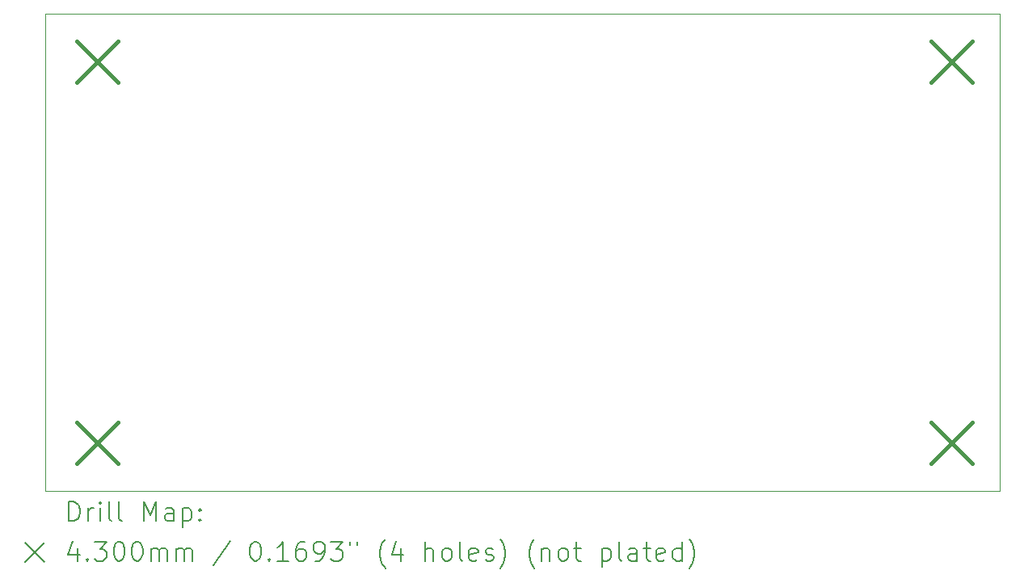
<source format=gbr>
%FSLAX45Y45*%
G04 Gerber Fmt 4.5, Leading zero omitted, Abs format (unit mm)*
G04 Created by KiCad (PCBNEW (6.0.1)) date 2022-02-01 16:24:12*
%MOMM*%
%LPD*%
G01*
G04 APERTURE LIST*
%TA.AperFunction,Profile*%
%ADD10C,0.100000*%
%TD*%
%ADD11C,0.200000*%
%ADD12C,0.430000*%
G04 APERTURE END LIST*
D10*
X20250000Y-15000000D02*
X10250000Y-15000000D01*
X10250000Y-15000000D02*
X10250000Y-10000000D01*
X10250000Y-10000000D02*
X20250000Y-10000000D01*
X20250000Y-10000000D02*
X20250000Y-15000000D01*
D11*
D12*
X10585000Y-10285000D02*
X11015000Y-10715000D01*
X11015000Y-10285000D02*
X10585000Y-10715000D01*
X10585000Y-14285000D02*
X11015000Y-14715000D01*
X11015000Y-14285000D02*
X10585000Y-14715000D01*
X19535000Y-10285000D02*
X19965000Y-10715000D01*
X19965000Y-10285000D02*
X19535000Y-10715000D01*
X19535000Y-14285000D02*
X19965000Y-14715000D01*
X19965000Y-14285000D02*
X19535000Y-14715000D01*
D11*
X10502619Y-15315476D02*
X10502619Y-15115476D01*
X10550238Y-15115476D01*
X10578810Y-15125000D01*
X10597857Y-15144048D01*
X10607381Y-15163095D01*
X10616905Y-15201190D01*
X10616905Y-15229762D01*
X10607381Y-15267857D01*
X10597857Y-15286905D01*
X10578810Y-15305952D01*
X10550238Y-15315476D01*
X10502619Y-15315476D01*
X10702619Y-15315476D02*
X10702619Y-15182143D01*
X10702619Y-15220238D02*
X10712143Y-15201190D01*
X10721667Y-15191667D01*
X10740714Y-15182143D01*
X10759762Y-15182143D01*
X10826429Y-15315476D02*
X10826429Y-15182143D01*
X10826429Y-15115476D02*
X10816905Y-15125000D01*
X10826429Y-15134524D01*
X10835952Y-15125000D01*
X10826429Y-15115476D01*
X10826429Y-15134524D01*
X10950238Y-15315476D02*
X10931190Y-15305952D01*
X10921667Y-15286905D01*
X10921667Y-15115476D01*
X11055000Y-15315476D02*
X11035952Y-15305952D01*
X11026429Y-15286905D01*
X11026429Y-15115476D01*
X11283571Y-15315476D02*
X11283571Y-15115476D01*
X11350238Y-15258333D01*
X11416905Y-15115476D01*
X11416905Y-15315476D01*
X11597857Y-15315476D02*
X11597857Y-15210714D01*
X11588333Y-15191667D01*
X11569286Y-15182143D01*
X11531190Y-15182143D01*
X11512143Y-15191667D01*
X11597857Y-15305952D02*
X11578809Y-15315476D01*
X11531190Y-15315476D01*
X11512143Y-15305952D01*
X11502619Y-15286905D01*
X11502619Y-15267857D01*
X11512143Y-15248809D01*
X11531190Y-15239286D01*
X11578809Y-15239286D01*
X11597857Y-15229762D01*
X11693095Y-15182143D02*
X11693095Y-15382143D01*
X11693095Y-15191667D02*
X11712143Y-15182143D01*
X11750238Y-15182143D01*
X11769286Y-15191667D01*
X11778809Y-15201190D01*
X11788333Y-15220238D01*
X11788333Y-15277381D01*
X11778809Y-15296428D01*
X11769286Y-15305952D01*
X11750238Y-15315476D01*
X11712143Y-15315476D01*
X11693095Y-15305952D01*
X11874048Y-15296428D02*
X11883571Y-15305952D01*
X11874048Y-15315476D01*
X11864524Y-15305952D01*
X11874048Y-15296428D01*
X11874048Y-15315476D01*
X11874048Y-15191667D02*
X11883571Y-15201190D01*
X11874048Y-15210714D01*
X11864524Y-15201190D01*
X11874048Y-15191667D01*
X11874048Y-15210714D01*
X10045000Y-15545000D02*
X10245000Y-15745000D01*
X10245000Y-15545000D02*
X10045000Y-15745000D01*
X10588333Y-15602143D02*
X10588333Y-15735476D01*
X10540714Y-15525952D02*
X10493095Y-15668809D01*
X10616905Y-15668809D01*
X10693095Y-15716428D02*
X10702619Y-15725952D01*
X10693095Y-15735476D01*
X10683571Y-15725952D01*
X10693095Y-15716428D01*
X10693095Y-15735476D01*
X10769286Y-15535476D02*
X10893095Y-15535476D01*
X10826429Y-15611667D01*
X10855000Y-15611667D01*
X10874048Y-15621190D01*
X10883571Y-15630714D01*
X10893095Y-15649762D01*
X10893095Y-15697381D01*
X10883571Y-15716428D01*
X10874048Y-15725952D01*
X10855000Y-15735476D01*
X10797857Y-15735476D01*
X10778810Y-15725952D01*
X10769286Y-15716428D01*
X11016905Y-15535476D02*
X11035952Y-15535476D01*
X11055000Y-15545000D01*
X11064524Y-15554524D01*
X11074048Y-15573571D01*
X11083571Y-15611667D01*
X11083571Y-15659286D01*
X11074048Y-15697381D01*
X11064524Y-15716428D01*
X11055000Y-15725952D01*
X11035952Y-15735476D01*
X11016905Y-15735476D01*
X10997857Y-15725952D01*
X10988333Y-15716428D01*
X10978810Y-15697381D01*
X10969286Y-15659286D01*
X10969286Y-15611667D01*
X10978810Y-15573571D01*
X10988333Y-15554524D01*
X10997857Y-15545000D01*
X11016905Y-15535476D01*
X11207381Y-15535476D02*
X11226428Y-15535476D01*
X11245476Y-15545000D01*
X11255000Y-15554524D01*
X11264524Y-15573571D01*
X11274048Y-15611667D01*
X11274048Y-15659286D01*
X11264524Y-15697381D01*
X11255000Y-15716428D01*
X11245476Y-15725952D01*
X11226428Y-15735476D01*
X11207381Y-15735476D01*
X11188333Y-15725952D01*
X11178810Y-15716428D01*
X11169286Y-15697381D01*
X11159762Y-15659286D01*
X11159762Y-15611667D01*
X11169286Y-15573571D01*
X11178810Y-15554524D01*
X11188333Y-15545000D01*
X11207381Y-15535476D01*
X11359762Y-15735476D02*
X11359762Y-15602143D01*
X11359762Y-15621190D02*
X11369286Y-15611667D01*
X11388333Y-15602143D01*
X11416905Y-15602143D01*
X11435952Y-15611667D01*
X11445476Y-15630714D01*
X11445476Y-15735476D01*
X11445476Y-15630714D02*
X11455000Y-15611667D01*
X11474048Y-15602143D01*
X11502619Y-15602143D01*
X11521667Y-15611667D01*
X11531190Y-15630714D01*
X11531190Y-15735476D01*
X11626428Y-15735476D02*
X11626428Y-15602143D01*
X11626428Y-15621190D02*
X11635952Y-15611667D01*
X11655000Y-15602143D01*
X11683571Y-15602143D01*
X11702619Y-15611667D01*
X11712143Y-15630714D01*
X11712143Y-15735476D01*
X11712143Y-15630714D02*
X11721667Y-15611667D01*
X11740714Y-15602143D01*
X11769286Y-15602143D01*
X11788333Y-15611667D01*
X11797857Y-15630714D01*
X11797857Y-15735476D01*
X12188333Y-15525952D02*
X12016905Y-15783095D01*
X12445476Y-15535476D02*
X12464524Y-15535476D01*
X12483571Y-15545000D01*
X12493095Y-15554524D01*
X12502619Y-15573571D01*
X12512143Y-15611667D01*
X12512143Y-15659286D01*
X12502619Y-15697381D01*
X12493095Y-15716428D01*
X12483571Y-15725952D01*
X12464524Y-15735476D01*
X12445476Y-15735476D01*
X12426428Y-15725952D01*
X12416905Y-15716428D01*
X12407381Y-15697381D01*
X12397857Y-15659286D01*
X12397857Y-15611667D01*
X12407381Y-15573571D01*
X12416905Y-15554524D01*
X12426428Y-15545000D01*
X12445476Y-15535476D01*
X12597857Y-15716428D02*
X12607381Y-15725952D01*
X12597857Y-15735476D01*
X12588333Y-15725952D01*
X12597857Y-15716428D01*
X12597857Y-15735476D01*
X12797857Y-15735476D02*
X12683571Y-15735476D01*
X12740714Y-15735476D02*
X12740714Y-15535476D01*
X12721667Y-15564048D01*
X12702619Y-15583095D01*
X12683571Y-15592619D01*
X12969286Y-15535476D02*
X12931190Y-15535476D01*
X12912143Y-15545000D01*
X12902619Y-15554524D01*
X12883571Y-15583095D01*
X12874048Y-15621190D01*
X12874048Y-15697381D01*
X12883571Y-15716428D01*
X12893095Y-15725952D01*
X12912143Y-15735476D01*
X12950238Y-15735476D01*
X12969286Y-15725952D01*
X12978809Y-15716428D01*
X12988333Y-15697381D01*
X12988333Y-15649762D01*
X12978809Y-15630714D01*
X12969286Y-15621190D01*
X12950238Y-15611667D01*
X12912143Y-15611667D01*
X12893095Y-15621190D01*
X12883571Y-15630714D01*
X12874048Y-15649762D01*
X13083571Y-15735476D02*
X13121667Y-15735476D01*
X13140714Y-15725952D01*
X13150238Y-15716428D01*
X13169286Y-15687857D01*
X13178809Y-15649762D01*
X13178809Y-15573571D01*
X13169286Y-15554524D01*
X13159762Y-15545000D01*
X13140714Y-15535476D01*
X13102619Y-15535476D01*
X13083571Y-15545000D01*
X13074048Y-15554524D01*
X13064524Y-15573571D01*
X13064524Y-15621190D01*
X13074048Y-15640238D01*
X13083571Y-15649762D01*
X13102619Y-15659286D01*
X13140714Y-15659286D01*
X13159762Y-15649762D01*
X13169286Y-15640238D01*
X13178809Y-15621190D01*
X13245476Y-15535476D02*
X13369286Y-15535476D01*
X13302619Y-15611667D01*
X13331190Y-15611667D01*
X13350238Y-15621190D01*
X13359762Y-15630714D01*
X13369286Y-15649762D01*
X13369286Y-15697381D01*
X13359762Y-15716428D01*
X13350238Y-15725952D01*
X13331190Y-15735476D01*
X13274048Y-15735476D01*
X13255000Y-15725952D01*
X13245476Y-15716428D01*
X13445476Y-15535476D02*
X13445476Y-15573571D01*
X13521667Y-15535476D02*
X13521667Y-15573571D01*
X13816905Y-15811667D02*
X13807381Y-15802143D01*
X13788333Y-15773571D01*
X13778809Y-15754524D01*
X13769286Y-15725952D01*
X13759762Y-15678333D01*
X13759762Y-15640238D01*
X13769286Y-15592619D01*
X13778809Y-15564048D01*
X13788333Y-15545000D01*
X13807381Y-15516428D01*
X13816905Y-15506905D01*
X13978809Y-15602143D02*
X13978809Y-15735476D01*
X13931190Y-15525952D02*
X13883571Y-15668809D01*
X14007381Y-15668809D01*
X14235952Y-15735476D02*
X14235952Y-15535476D01*
X14321667Y-15735476D02*
X14321667Y-15630714D01*
X14312143Y-15611667D01*
X14293095Y-15602143D01*
X14264524Y-15602143D01*
X14245476Y-15611667D01*
X14235952Y-15621190D01*
X14445476Y-15735476D02*
X14426428Y-15725952D01*
X14416905Y-15716428D01*
X14407381Y-15697381D01*
X14407381Y-15640238D01*
X14416905Y-15621190D01*
X14426428Y-15611667D01*
X14445476Y-15602143D01*
X14474048Y-15602143D01*
X14493095Y-15611667D01*
X14502619Y-15621190D01*
X14512143Y-15640238D01*
X14512143Y-15697381D01*
X14502619Y-15716428D01*
X14493095Y-15725952D01*
X14474048Y-15735476D01*
X14445476Y-15735476D01*
X14626428Y-15735476D02*
X14607381Y-15725952D01*
X14597857Y-15706905D01*
X14597857Y-15535476D01*
X14778809Y-15725952D02*
X14759762Y-15735476D01*
X14721667Y-15735476D01*
X14702619Y-15725952D01*
X14693095Y-15706905D01*
X14693095Y-15630714D01*
X14702619Y-15611667D01*
X14721667Y-15602143D01*
X14759762Y-15602143D01*
X14778809Y-15611667D01*
X14788333Y-15630714D01*
X14788333Y-15649762D01*
X14693095Y-15668809D01*
X14864524Y-15725952D02*
X14883571Y-15735476D01*
X14921667Y-15735476D01*
X14940714Y-15725952D01*
X14950238Y-15706905D01*
X14950238Y-15697381D01*
X14940714Y-15678333D01*
X14921667Y-15668809D01*
X14893095Y-15668809D01*
X14874048Y-15659286D01*
X14864524Y-15640238D01*
X14864524Y-15630714D01*
X14874048Y-15611667D01*
X14893095Y-15602143D01*
X14921667Y-15602143D01*
X14940714Y-15611667D01*
X15016905Y-15811667D02*
X15026428Y-15802143D01*
X15045476Y-15773571D01*
X15055000Y-15754524D01*
X15064524Y-15725952D01*
X15074048Y-15678333D01*
X15074048Y-15640238D01*
X15064524Y-15592619D01*
X15055000Y-15564048D01*
X15045476Y-15545000D01*
X15026428Y-15516428D01*
X15016905Y-15506905D01*
X15378809Y-15811667D02*
X15369286Y-15802143D01*
X15350238Y-15773571D01*
X15340714Y-15754524D01*
X15331190Y-15725952D01*
X15321667Y-15678333D01*
X15321667Y-15640238D01*
X15331190Y-15592619D01*
X15340714Y-15564048D01*
X15350238Y-15545000D01*
X15369286Y-15516428D01*
X15378809Y-15506905D01*
X15455000Y-15602143D02*
X15455000Y-15735476D01*
X15455000Y-15621190D02*
X15464524Y-15611667D01*
X15483571Y-15602143D01*
X15512143Y-15602143D01*
X15531190Y-15611667D01*
X15540714Y-15630714D01*
X15540714Y-15735476D01*
X15664524Y-15735476D02*
X15645476Y-15725952D01*
X15635952Y-15716428D01*
X15626428Y-15697381D01*
X15626428Y-15640238D01*
X15635952Y-15621190D01*
X15645476Y-15611667D01*
X15664524Y-15602143D01*
X15693095Y-15602143D01*
X15712143Y-15611667D01*
X15721667Y-15621190D01*
X15731190Y-15640238D01*
X15731190Y-15697381D01*
X15721667Y-15716428D01*
X15712143Y-15725952D01*
X15693095Y-15735476D01*
X15664524Y-15735476D01*
X15788333Y-15602143D02*
X15864524Y-15602143D01*
X15816905Y-15535476D02*
X15816905Y-15706905D01*
X15826428Y-15725952D01*
X15845476Y-15735476D01*
X15864524Y-15735476D01*
X16083571Y-15602143D02*
X16083571Y-15802143D01*
X16083571Y-15611667D02*
X16102619Y-15602143D01*
X16140714Y-15602143D01*
X16159762Y-15611667D01*
X16169286Y-15621190D01*
X16178809Y-15640238D01*
X16178809Y-15697381D01*
X16169286Y-15716428D01*
X16159762Y-15725952D01*
X16140714Y-15735476D01*
X16102619Y-15735476D01*
X16083571Y-15725952D01*
X16293095Y-15735476D02*
X16274048Y-15725952D01*
X16264524Y-15706905D01*
X16264524Y-15535476D01*
X16455000Y-15735476D02*
X16455000Y-15630714D01*
X16445476Y-15611667D01*
X16426428Y-15602143D01*
X16388333Y-15602143D01*
X16369286Y-15611667D01*
X16455000Y-15725952D02*
X16435952Y-15735476D01*
X16388333Y-15735476D01*
X16369286Y-15725952D01*
X16359762Y-15706905D01*
X16359762Y-15687857D01*
X16369286Y-15668809D01*
X16388333Y-15659286D01*
X16435952Y-15659286D01*
X16455000Y-15649762D01*
X16521667Y-15602143D02*
X16597857Y-15602143D01*
X16550238Y-15535476D02*
X16550238Y-15706905D01*
X16559762Y-15725952D01*
X16578809Y-15735476D01*
X16597857Y-15735476D01*
X16740714Y-15725952D02*
X16721667Y-15735476D01*
X16683571Y-15735476D01*
X16664524Y-15725952D01*
X16655000Y-15706905D01*
X16655000Y-15630714D01*
X16664524Y-15611667D01*
X16683571Y-15602143D01*
X16721667Y-15602143D01*
X16740714Y-15611667D01*
X16750238Y-15630714D01*
X16750238Y-15649762D01*
X16655000Y-15668809D01*
X16921667Y-15735476D02*
X16921667Y-15535476D01*
X16921667Y-15725952D02*
X16902619Y-15735476D01*
X16864524Y-15735476D01*
X16845476Y-15725952D01*
X16835952Y-15716428D01*
X16826429Y-15697381D01*
X16826429Y-15640238D01*
X16835952Y-15621190D01*
X16845476Y-15611667D01*
X16864524Y-15602143D01*
X16902619Y-15602143D01*
X16921667Y-15611667D01*
X16997857Y-15811667D02*
X17007381Y-15802143D01*
X17026429Y-15773571D01*
X17035952Y-15754524D01*
X17045476Y-15725952D01*
X17055000Y-15678333D01*
X17055000Y-15640238D01*
X17045476Y-15592619D01*
X17035952Y-15564048D01*
X17026429Y-15545000D01*
X17007381Y-15516428D01*
X16997857Y-15506905D01*
M02*

</source>
